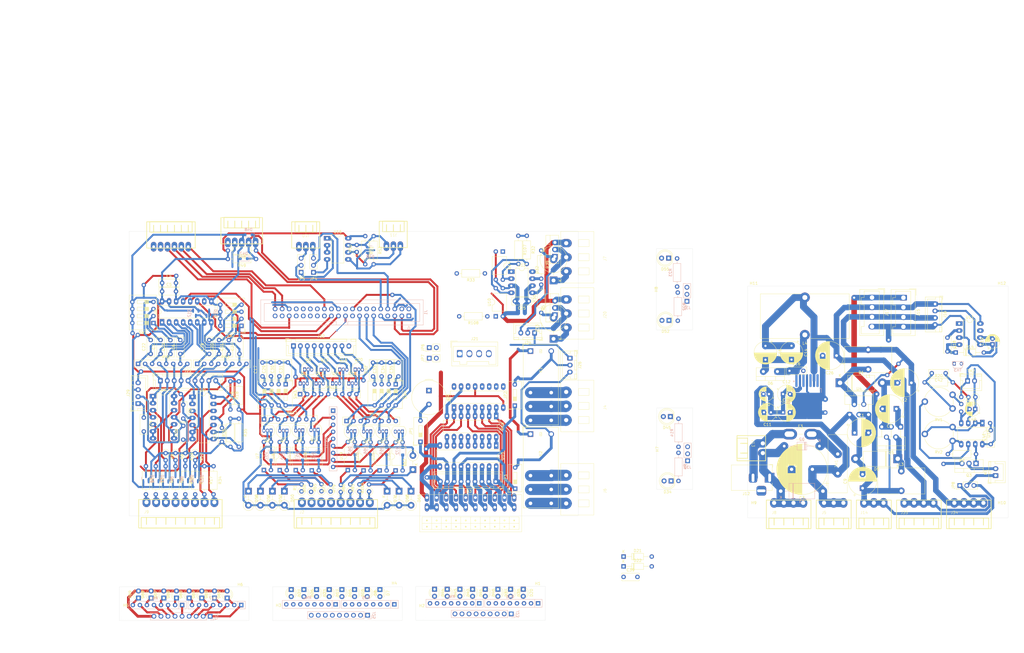
<source format=kicad_pcb>
(kicad_pcb
	(version 20240108)
	(generator "pcbnew")
	(generator_version "8.0")
	(general
		(thickness 1.6)
		(legacy_teardrops no)
	)
	(paper "A3")
	(layers
		(0 "F.Cu" signal)
		(31 "B.Cu" signal)
		(32 "B.Adhes" user "B.Adhesive")
		(33 "F.Adhes" user "F.Adhesive")
		(34 "B.Paste" user)
		(35 "F.Paste" user)
		(36 "B.SilkS" user "B.Silkscreen")
		(37 "F.SilkS" user "F.Silkscreen")
		(38 "B.Mask" user)
		(39 "F.Mask" user)
		(40 "Dwgs.User" user "User.Drawings")
		(41 "Cmts.User" user "User.Comments")
		(42 "Eco1.User" user "User.Eco1")
		(43 "Eco2.User" user "User.Eco2")
		(44 "Edge.Cuts" user)
		(45 "Margin" user)
		(46 "B.CrtYd" user "B.Courtyard")
		(47 "F.CrtYd" user "F.Courtyard")
		(48 "B.Fab" user)
		(49 "F.Fab" user)
		(50 "User.1" user)
		(51 "User.2" user)
		(52 "User.3" user)
		(53 "User.4" user)
		(54 "User.5" user)
		(55 "User.6" user)
		(56 "User.7" user)
		(57 "User.8" user)
		(58 "User.9" user)
	)
	(setup
		(pad_to_mask_clearance 0)
		(allow_soldermask_bridges_in_footprints no)
		(pcbplotparams
			(layerselection 0x00010fc_ffffffff)
			(plot_on_all_layers_selection 0x0000000_00000000)
			(disableapertmacros no)
			(usegerberextensions no)
			(usegerberattributes yes)
			(usegerberadvancedattributes yes)
			(creategerberjobfile yes)
			(dashed_line_dash_ratio 12.000000)
			(dashed_line_gap_ratio 3.000000)
			(svgprecision 4)
			(plotframeref no)
			(viasonmask no)
			(mode 1)
			(useauxorigin no)
			(hpglpennumber 1)
			(hpglpenspeed 20)
			(hpglpendiameter 15.000000)
			(pdf_front_fp_property_popups yes)
			(pdf_back_fp_property_popups yes)
			(dxfpolygonmode yes)
			(dxfimperialunits yes)
			(dxfusepcbnewfont yes)
			(psnegative no)
			(psa4output no)
			(plotreference yes)
			(plotvalue yes)
			(plotfptext yes)
			(plotinvisibletext no)
			(sketchpadsonfab no)
			(subtractmaskfromsilk no)
			(outputformat 1)
			(mirror no)
			(drillshape 1)
			(scaleselection 1)
			(outputdirectory "")
		)
	)
	(net 0 "")
	(net 1 "+5V")
	(net 2 "/Buzzer")
	(net 3 "+24V filtered")
	(net 4 "GND")
	(net 5 "+3V3")
	(net 6 "/ADC_CH3")
	(net 7 "/ADC_CH1")
	(net 8 "+12V")
	(net 9 "Net-(D6-K)")
	(net 10 "Net-(U1-BOOT)")
	(net 11 "/Dig-IN_1")
	(net 12 "Net-(U11-CAP+)")
	(net 13 "Net-(D14-K)")
	(net 14 "-5V")
	(net 15 "/ADC_CH5")
	(net 16 "/ADC_CH6")
	(net 17 "/ADC_CH0")
	(net 18 "/ADC_CH2")
	(net 19 "/ADC_CH7")
	(net 20 "/ADC_CH4")
	(net 21 "/Dig-IN_2")
	(net 22 "/Dig-IN_3")
	(net 23 "/Dig-IN_4")
	(net 24 "/Dig-IN_5")
	(net 25 "/Dig-IN_6")
	(net 26 "/Dig-IN_7")
	(net 27 "/Dig-IN_8")
	(net 28 "Net-(D1-K)")
	(net 29 "Net-(D2-K)")
	(net 30 "Net-(D5-K)")
	(net 31 "OUT_Digital_1_open-drain")
	(net 32 "Net-(U3C-+)")
	(net 33 "Net-(U3D-+)")
	(net 34 "IN_Analog_6 (0-20mA)")
	(net 35 "IN_Analog_7 (0-20mA)")
	(net 36 "Net-(U9B-+)")
	(net 37 "/OUT_PWM_1_diode")
	(net 38 "/OUT_PWM_2_diode")
	(net 39 "Net-(D34-A)")
	(net 40 "Net-(U9A-+)")
	(net 41 "OUT_Digital_2_open-drain")
	(net 42 "OUT_Digital_3_open-drain")
	(net 43 "OUT_Digital_4_open-drain")
	(net 44 "OUT_Digital_5_open-drain")
	(net 45 "Net-(U3A-+)")
	(net 46 "I2C_SDA")
	(net 47 "RS485_B")
	(net 48 "RS485_A")
	(net 49 "Net-(D50-A1)")
	(net 50 "Net-(D51-A)")
	(net 51 "Net-(D53-A1)")
	(net 52 "Net-(D54-A)")
	(net 53 "Net-(D56-A1)")
	(net 54 "Net-(D57-A)")
	(net 55 "Net-(D59-A1)")
	(net 56 "Net-(D60-A)")
	(net 57 "Net-(D62-A1)")
	(net 58 "Net-(D63-A)")
	(net 59 "Net-(D65-A1)")
	(net 60 "Net-(D66-A)")
	(net 61 "Net-(D68-A1)")
	(net 62 "Net-(D69-A)")
	(net 63 "Net-(D71-A1)")
	(net 64 "Net-(D72-A)")
	(net 65 "+BATT")
	(net 66 "unconnected-(J1-ID_SD{slash}GPIO0-Pad27)")
	(net 67 "/SPI_CE0_ADC")
	(net 68 "Net-(J1-3V3-Pad1)")
	(net 69 "/SPI0_miso_ADC")
	(net 70 "/UART_DIR-T")
	(net 71 "/SPI0_mosi_ADC")
	(net 72 "/SPI0_sclk_ADC")
	(net 73 "/UART_TX")
	(net 74 "/SPI1_miso_FREE")
	(net 75 "/SR-OUT_latch")
	(net 76 "/SPI1_mosi_FREE")
	(net 77 "/SR-OUT_clock")
	(net 78 "/SR-OUT_data")
	(net 79 "unconnected-(J1-ID_SC{slash}GPIO1-Pad28)")
	(net 80 "/SPI1_CE_FREE")
	(net 81 "/UART_RX")
	(net 82 "/OUT_PWM_2")
	(net 83 "/SPI1_sclk_FREE")
	(net 84 "/OUT_PWM_1")
	(net 85 "IN_Digital_8")
	(net 86 "IN_Digital_5")
	(net 87 "IN_Digital_2")
	(net 88 "IN_Digital_3")
	(net 89 "IN_Digital_4")
	(net 90 "IN_Digital_6")
	(net 91 "IN_Digital_7")
	(net 92 "IN_Digital_1")
	(net 93 "OUT_Digital_8")
	(net 94 "OUT_Digital_7_open-drain")
	(net 95 "OUT_Digital_2")
	(net 96 "OUT_Digital_4")
	(net 97 "OUT_Digital_5")
	(net 98 "OUT_Digital_6")
	(net 99 "OUT_Digital_3")
	(net 100 "OUT_Digital_7")
	(net 101 "OUT_Digital_8_open-drain")
	(net 102 "OUT_Digital_1")
	(net 103 "OUT_Digital_6_open-drain")
	(net 104 "Net-(J4-Pin_1)")
	(net 105 "Net-(J4-Pin_2)")
	(net 106 "Net-(J4-Pin_3)")
	(net 107 "OUT_Digital_COM_open-drain")
	(net 108 "Net-(J6-Pin_1)")
	(net 109 "Net-(J6-Pin_3)")
	(net 110 "Net-(J6-Pin_2)")
	(net 111 "IN_Analog_1 (0-3.3V)")
	(net 112 "IN_Analog_5 (0-24V)")
	(net 113 "IN_Analog_4 (0-12V)")
	(net 114 "IN_Analog_2 (0-5V)")
	(net 115 "IN_Analog_0 (0-3.3V)")
	(net 116 "IN_Analog_3 (0-5V)")
	(net 117 "Net-(Q1-G)")
	(net 118 "Net-(Q2-G)")
	(net 119 "Net-(Q2-D)")
	(net 120 "Net-(Q5-G)")
	(net 121 "Net-(C17-Pad1)")
	(net 122 "Net-(Q7-G)")
	(net 123 "Net-(Q7-D)")
	(net 124 "Net-(C29-Pad1)")
	(net 125 "Net-(Q9-G)")
	(net 126 "Net-(C30-Pad1)")
	(net 127 "Net-(Q10-G)")
	(net 128 "Net-(Q11-D)")
	(net 129 "Net-(Q11-G)")
	(net 130 "Net-(C31-Pad1)")
	(net 131 "Net-(Q13-G)")
	(net 132 "Net-(Q13-D)")
	(net 133 "Net-(C32-Pad1)")
	(net 134 "Net-(Q15-D)")
	(net 135 "Net-(Q15-G)")
	(net 136 "Net-(C33-Pad1)")
	(net 137 "Net-(Q17-G)")
	(net 138 "Net-(Q17-D)")
	(net 139 "Net-(C34-Pad1)")
	(net 140 "Net-(Q19-D)")
	(net 141 "Net-(Q19-G)")
	(net 142 "Net-(C35-Pad1)")
	(net 143 "Net-(U9C--)")
	(net 144 "Net-(U12-~{OUTA})")
	(net 145 "Net-(U12-~{OUTB})")
	(net 146 "Net-(U12-INB)")
	(net 147 "Net-(R33-Pad1)")
	(net 148 "Net-(U9D--)")
	(net 149 "Net-(U12-INA)")
	(net 150 "Net-(R108-Pad1)")
	(net 151 "unconnected-(U1-EN-Pad7)")
	(net 152 "unconnected-(U1-NC-Pad5)")
	(net 153 "unconnected-(U2-QH'-Pad9)")
	(net 154 "unconnected-(U11-OSC-Pad7)")
	(net 155 "unconnected-(U11-NC-Pad1)")
	(net 156 "unconnected-(U12-NC-Pad8)")
	(net 157 "unconnected-(U12-NC-Pad1)")
	(net 158 "Net-(U3B-+)")
	(net 159 "Net-(D45-K)")
	(net 160 "/LED_analog-CH6")
	(net 161 "/LED_analog-CH2")
	(net 162 "/LED_analog-CH7")
	(net 163 "/LED_analog-CH5")
	(net 164 "/LED_analog-CH0")
	(net 165 "/LED_analog-CH1")
	(net 166 "/LED_analog-CH3")
	(net 167 "/LED_analog-CH4")
	(net 168 "Net-(D10-K)")
	(net 169 "Net-(D7-A)")
	(net 170 "Net-(D8-A)")
	(net 171 "Net-(D10-A)")
	(net 172 "Net-(D15-A)")
	(net 173 "Net-(D17-A)")
	(net 174 "Net-(D23-A)")
	(net 175 "Net-(D26-A)")
	(net 176 "Net-(D27-A)")
	(net 177 "Net-(D82-K)")
	(net 178 "Net-(D82-A)")
	(net 179 "Net-(D83-K)")
	(net 180 "Net-(D84-K)")
	(net 181 "Net-(D85-K)")
	(net 182 "Net-(D86-K)")
	(net 183 "Net-(D87-K)")
	(net 184 "Net-(D88-K)")
	(net 185 "Net-(D89-K)")
	(net 186 "Net-(J25-Pin_8)")
	(net 187 "Net-(J25-Pin_5)")
	(net 188 "Net-(J25-Pin_7)")
	(net 189 "Net-(J25-Pin_2)")
	(net 190 "Net-(J25-Pin_6)")
	(net 191 "Net-(J25-Pin_1)")
	(net 192 "Net-(J25-Pin_4)")
	(net 193 "Net-(J25-Pin_3)")
	(net 194 "Net-(J27-Pin_4)")
	(net 195 "Net-(J27-Pin_8)")
	(net 196 "Net-(J27-Pin_1)")
	(net 197 "Net-(J27-Pin_5)")
	(net 198 "Net-(J27-Pin_6)")
	(net 199 "Net-(J27-Pin_7)")
	(net 200 "Net-(J27-Pin_3)")
	(net 201 "Net-(J27-Pin_2)")
	(net 202 "Net-(D20-A)")
	(net 203 "Net-(D20-K)")
	(net 204 "Net-(D30-K)")
	(net 205 "Net-(D37-K)")
	(net 206 "Net-(D40-K)")
	(net 207 "Net-(D41-K)")
	(net 208 "Net-(D42-K)")
	(net 209 "Net-(D43-K)")
	(net 210 "Net-(D44-K)")
	(net 211 "/LED_digital-out_2")
	(net 212 "/LED_digital-out_8")
	(net 213 "/LED_digital-out_6")
	(net 214 "/LED_digital-out_5")
	(net 215 "/LED_digital-out_4")
	(net 216 "/LED_digital-out_7")
	(net 217 "/LED_digital-out_1")
	(net 218 "/LED_digital-out_3")
	(net 219 "Net-(J23-Pin_1)")
	(net 220 "Net-(J23-Pin_5)")
	(net 221 "Net-(J23-Pin_3)")
	(net 222 "Net-(J23-Pin_2)")
	(net 223 "Net-(J23-Pin_8)")
	(net 224 "Net-(J23-Pin_7)")
	(net 225 "Net-(J23-Pin_4)")
	(net 226 "Net-(J23-Pin_6)")
	(net 227 "/LED_relay-1")
	(net 228 "/LED_PWM-1")
	(net 229 "/LED_PWM-2")
	(net 230 "Net-(D34-K)")
	(net 231 "/LED_relay-2")
	(net 232 "Net-(D52-K)")
	(net 233 "Net-(D52-A)")
	(net 234 "Net-(D55-K)")
	(net 235 "Net-(J30-Pin_3)")
	(net 236 "Net-(J30-Pin_2)")
	(net 237 "Net-(J31-Pin_3)")
	(net 238 "Net-(J31-Pin_2)")
	(net 239 "Net-(RN9-R2.2)")
	(net 240 "Net-(RN9-R8.2)")
	(net 241 "Net-(RN9-R7.2)")
	(net 242 "Net-(RN9-R5.2)")
	(net 243 "Net-(RN9-R1.2)")
	(net 244 "Net-(RN9-R6.2)")
	(net 245 "Net-(RN9-R3.2)")
	(net 246 "Net-(RN9-R4.2)")
	(net 247 "/DIP_EN-Filter-ADC3")
	(net 248 "/DIP_EN-Filter-ADC1")
	(net 249 "/DIP_EN-Filter-ADC5")
	(net 250 "/DIP_EN-Filter-ADC6")
	(net 251 "/DIP_EN-Filter-ADC0")
	(net 252 "/DIP_EN-Filter-ADC2")
	(net 253 "/DIP_EN-Filter-ADC7")
	(net 254 "/DIP_EN-Filter-ADC4")
	(net 255 "unconnected-(J3-Pin_6-Pad6)")
	(net 256 "unconnected-(J3-Pin_5-Pad5)")
	(net 257 "unconnected-(J19-Pin_4-Pad4)")
	(net 258 "unconnected-(J19-Pin_5-Pad5)")
	(net 259 "I2C_SCL")
	(net 260 "Net-(J10-Pin_2)")
	(net 261 "Net-(J10-Pin_1)")
	(net 262 "Net-(JP4-A)")
	(net 263 "Net-(JP5-A)")
	(net 264 "GNDPWR")
	(net 265 "Net-(JP6-A)")
	(net 266 "Net-(U15A-+)")
	(net 267 "Net-(C42-Pad2)")
	(net 268 "Net-(JP8-C)")
	(net 269 "Net-(M1--)")
	(net 270 "Net-(Q3-G)")
	(net 271 "Net-(U15B-+)")
	(net 272 "Net-(R21-Pad2)")
	(net 273 "Net-(U15B--)")
	(net 274 "Net-(U15A--)")
	(footprint "Capacitor_THT:CP_Radial_D10.0mm_P5.00mm" (layer "F.Cu") (at 334.01 195.027031 90))
	(footprint "Connector_JST:JST_XH_B9B-XH-A_1x09_P2.50mm_Vertical" (layer "F.Cu") (at 128.664 143.68515))
	(footprint "Resistor_THT:R_Axial_DIN0207_L6.3mm_D2.5mm_P2.54mm_Vertical" (layer "F.Cu") (at 151.511 109.728 90))
	(footprint "Button_Switch_THT:SW_DIP_SPSTx04_Slide_9.78x12.34mm_W7.62mm_P2.54mm" (layer "F.Cu") (at 78.1495 135.389 180))
	(footprint "Package_TO_SOT_THT:TO-92_Inline" (layer "F.Cu") (at 131.1235 157.21105))
	(footprint "Package_DIP:DIP-4_W10.16mm" (layer "F.Cu") (at 201.671 132.969 90))
	(footprint "Button_Switch_THT:SW_DIP_SPSTx01_Slide_9.78x4.72mm_W7.62mm_P2.54mm" (layer "F.Cu") (at 174.498 178.2655 90))
	(footprint "Relay_THT:Relay_SPDT_Omron_G2RL-1-E" (layer "F.Cu") (at 214.182 145.522))
	(footprint "Resistor_THT:R_Axial_DIN0207_L6.3mm_D2.5mm_P10.16mm_Horizontal" (layer "F.Cu") (at 99.822 187.0877 -90))
	(footprint "LED_THT:LED_D3.0mm_IRGrey" (layer "F.Cu") (at 91.02905 234.6843 90))
	(footprint "LED_THT:LED_D3.0mm_IRGrey" (layer "F.Cu") (at 127.85905 231.6313 -90))
	(footprint "Capacitor_THT:CP_Radial_D10.0mm_P5.00mm" (layer "F.Cu") (at 331.134323 175.006))
	(footprint "Diode_THT:D_DO-201AD_P15.24mm_Horizontal" (layer "F.Cu") (at 346.71 184.404 180))
	(footprint "Package_DIP:DIP-8_W7.62mm_LongPads" (layer "F.Cu") (at 140.828 104.785))
	(footprint "Diode_THT:D_DO-15_P5.08mm_Vertical_KathodeUp" (layer "F.Cu") (at 112.4282 196.1055 -90))
	(footprint "custom-footprints1:WAGO 713-1430 MINI HD Stiftleiste gewinkelt 2x10-polig, RM 3,5"
		(layer "F.Cu")
		(uuid "0b9224b3-0f0b-43dd-942d-c7854c058adc")
		(at 192.56 202.93)
		(property "Reference" "J28"
			(at -3.75 10.5 0)
			(unlocked yes)
			(layer "F.SilkS")
			(hide yes)
			(uuid "f2cab4c9-097e-4387-b83a-71c90f96494d")
			(effects
				(font
					(size 1 1)
					(thickness 0.1)
				)
			)
		)
		(property "Value" "8x Digital out (opendrain + push-pull)"
			(at -3.25 9 0)
			(unlocked yes)
			(layer "F.Fab")
			(uuid "24be26db-6b3b-4560-a0ff-306f51858260")
			(effects
				(font
					(size 1 1)
					(thickness 0.15)
				)
			)
		)
		(property "Footprint" "custom-footprints1:WAGO 713-1430 MINI HD Stiftleiste gewinkelt 2x10-polig, RM 3,5"
			(at -15.75 -1 0)
			(unlocked yes)
			(layer "F.Fab")
			(hide yes)
			(uuid "32fa4484-974c-482b-a6f4-7790c4bab8d0")
			(effects
				(font
					(size 1 1)
					(thickness 0.15)
				)
			)
		)
		(property "Datasheet" "https://www.reichelt.com/be/en/shop/product/mini_hd_pin_header_angled_2x10-pin_rm_3_5-100894?nbc=1&trstct=pos_2"
			(at -15.75 -1 0)
			(unlocked yes)
			(layer "F.Fab")
			(hide yes)
			(uuid "3e5f419a-7e8d-4fe3-9371-34e8dec08023")
			(effects
				(font
					(size 1 1)
					(thickness 0.15)
				)
			)
		)
		(property "Description" "Generic screw terminal, single row, 01x20, script generated (kicad-library-utils/schlib/autogen/connector/)"
			(at -15.75 -1 0)
			(unlocked yes)
			(layer "F.Fab")
			(hide yes)
			(uuid "fd4682e7-a49c-48ce-96f7-de84d5a19ed0")
			(effects
				(font
					(size 1 1)
					(thickness 0.15)
				)
			)
		)
		(property ki_fp_filters "TerminalBlock*:*")
		(path "/55786989-b556-48ad-a3ab-f25a283a670c")
		(sheetname "Root")
		(sheetfile "pi-interface-board_v1.0.kicad_sch")
		(attr through_hole)
		(fp_line
			(start -17.5 4.75)
			(end 17.5 4.75)
			(stroke
				(width 0.1)
				(type default)
			)
			(layer "F.SilkS")
			(uuid "12fc1ede-d536-4cdb-9b9f-26504dd6ed7c")
		)
		(fp_line
			(start -14 2.5)
			(end -14 7)
			(stroke
				(width 0.1)
				(type default)
			)
			(layer "F.SilkS")
			(uuid "cf2015eb-aaf6-473c-9858-e5c0ade33d96")
		)
		(fp_line
			(start -10.5 2.5)
			(end -10.5 7)
			(stroke
				(width 0.1)
				(type default)
			)
			(layer "F.SilkS")
			(uuid "683ef6a7-ff95-42fc-8131-208d74269a01")
		)
		(fp_line
			(start -7 2.5)
			(end -7 7)
			(stroke
				(width 0.1)
				(type default)
			)
			(layer "F.SilkS")
			(uuid "4dfa3413-2b2f-45f0-a53e-b33923f8590d")
		)
		(fp_line
			(start -3.5 2.5)
			(end -3.5 7)
			(stroke
				(width 0.1)
				(type default)
			)
			(layer "F.SilkS")
			(uuid "46de22ba-a072-4a91-85f8-f593e56e925b")
		)
		(fp_line
			(start 0 2.5)
			(end 0 7)
			(stroke
				(width 0.1)
				(type default)
			)
			(layer "F.SilkS")
			(uuid "18bc9cfc-e94f-4b6e-897c-55137e04ec09")
		)
		(fp_line
			(start 3.5 2.5)
			(end 3.5 7)
			(stroke
				(width 0.1)
				(type default)
			)
			(layer "F.SilkS")
			(uuid "1cc7d290-3576-4b17-9db3-ece718b44a13")
		)
		(fp_line
			(start 7 2.5)
			(end 7 7)
			(stroke
				(width 0.1)
				(type default)
			)
			(layer "F.SilkS")
			(uuid "6675fd75-b5a8-4528-bdc2-55a535dd6a76")
		)
		(fp_line
			(start 10.5 2.5)
			(end 10.5 7)
			(stroke
				(width 0.1)
				(type default)
			)
			(layer "F.SilkS")
			(uuid "edbf9257-ca16-445f-abbb-dadf06d2836a")
		)
		(fp_line
			(start 14 2.5)
			(end 14 7)
			(stroke
				(width 0.1)
				(type default)
			)
			(layer "F.SilkS")
			(uuid "e49ede3b-80d2-43c0-82f1-f66e0aa2cf46")
		)
		(fp_rect
			(start -18.35 -5.6)
			(end 18.45 7.9)
			(stroke
				(width 0.1)
				(type default)
			)
			(fill none)
			(layer "F.SilkS")
			(uuid "31bb729e-69e9-4715-b4cb-892a256e062b")
		)
		(fp_rect
			(start -17.5 2.5)
			(end 17.5 7)
			(stroke
				(width 0.1)
				(type default)
			)
			(fill none)
			(layer "F.SilkS")
			(uuid "4801873d-7f64-4f16-9acf-d5eb0c70d75a")
		)
		(fp_circle
			(center -15.75 3.75)
			(end -15.5 3.75)
			(stroke
				(width 0.1)
				(type solid)
			)
			(fill solid)
			(layer "F.SilkS")
			(uuid "9354940f-d20c-441f-a77e-dbc43bdddb06")
		)
		(fp_circle
			(center -15.75 6)
			(end -15.5 6)
			(stroke
				(width 0.1)
				(type solid)
			)
			(fill solid)
			(layer "F.SilkS")
			(uuid "e217c708-bb44-4882-96d9-8faa734f3b4e")
		)
		(fp_circle
			(center -12.25 3.75)
			(end -12 3.75)
			(stroke
				(width 0.1)
				(type solid)
			)
			(fill solid)
			(layer "F.SilkS")
			(uuid "b215cdf7-9a6c-4955-8bc7-42c9daf686f4")
		)
		(fp_circle
			(center -12.25 6)
			(end -12 6)
			(stroke
				(width 0.1)
				(type solid)
			)
			(fill solid)
			(layer "F.SilkS")
			(uuid "53f56dfd-d183-4756-9ce3-a90bd32de8a9")
		)
		(fp_circle
			(center -8.75 3.75)
			(end -8.5 3.75)
			(stroke
				(width 0.1)
				(type solid)
			)
			(fill solid)
			(layer "F.SilkS")
			(uuid "3d1169d1-575e-4a45-a77e-044fd03e5377")
		)
		(fp_circle
			(center -8.75 6)
			(end -8.5 6)
			(stroke
				(width 0.1)
				(type solid)
			)
			(fill solid)
			(layer "F.SilkS")
			(uuid "4ef02785-5680-40ac-862a-20bf251fcc7f")
		)
		(fp_circle
			(center -5.25 3.75)
			(end -5 3.75)
			(stroke
				(width 0.1)
				(type solid)
			)
			(fill solid)
			(layer "F.SilkS")
			(uuid "2b0c75ff-fdb6-4b95-ae54-b98a2b6577dd")
		)
		(fp_circle
			(center -5.25 6)
			(end -5 6)
			(stroke
				(width 0.1)
				(type solid)
			)
			(fill solid)
			(layer "F.SilkS")
			(uuid "1d76eb38-2a48-4eda-a081-bad279402646")
		)
		(fp_circle
			(center -1.75 3.75)
			(end -1.5 3.75)
			(stroke
				(width 0.1)
				(type solid)
			)
			(fill solid)
			(layer "F.SilkS")
			(uuid "8f698cdd-46d9-444d-b0ac-2e5d82632b15")
		)
		(fp_circle
			(center -1.75 6)
			(end -1.5 6)
			(stroke
				(width 0.1)
				(type solid)
			)
			(fill solid)
			(layer "F.SilkS")
			(uuid "f4fedef3-06ba-47cf-a870-99bfc14691ab")
		)
		(fp_circle
			(center 1.75 3.75)
			(end 2 3.75)
			(stroke
				(width 0.1)
				(type solid)
			)
			(fill solid)
			(layer "F.SilkS")
			(uuid "c9fc9022-a8b4-42b4-b11a-b466f9dc84e6")
		)
		(fp_circle
			(center 1.75 6)
			(end 2 6)
			(stroke
				(width 0.1)
				(type solid)
			)
			(fill solid)
			(layer "F.SilkS")
			(uuid "6f50586a-32a6-47e7-8fa0-96fc7970bf6c")
		)
		(fp_circle
			(center 5.25 3.75)
			(end 5.5 3.75)
			(stroke
				(width 0.1)
				(type solid)
			)
			(fill solid)
			(layer "F.SilkS")
			(uuid "f5b73840-1d99-4e0c-b7f2-c8b2b190a552")
		)
		(fp_circle
			(center 5.25 6)
			(end 5.5 6)
			(stroke
				(width 0.1)
				(type solid)
			)
			(fill solid)
			(layer "F.SilkS")
			(uuid "64d7effd-7d67-4b5b-a
... [2120876 chars truncated]
</source>
